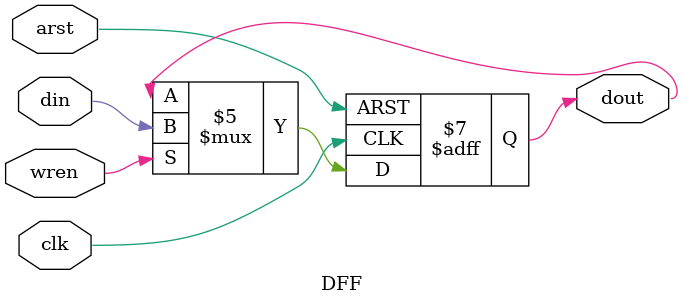
<source format=v>
/*--  *******************************************************
--  Computer Architecture Course, Laboratory Sources 
--  Amirkabir University of Technology (Tehran Polytechnic)
--  Department of Computer Engineering (CE-AUT)
--  https://ce[dot]aut[dot]ac[dot]ir
--  *******************************************************
--  All Rights reserved (C) 2019-2020
--  *******************************************************
--  Student ID  : 
--  Student Name: 
--  Student Mail: 
--  *******************************************************
--  Additional Comments:
--
--*/

/*-----------------------------------------------------------
---  Module Name:  Memory Unit Utils
---  Description: Module5:
-----------------------------------------------------------*/
`timescale 1 ns/1 ns

/***********************************************************/
/************** Design Your Own Modules Below **************/
module DFF (
	input arst,
	input clk,
	input wren,
	input din,
	output reg dout
);

	initial begin 
		dout = 0;
	end

	always @ ( posedge clk or posedge arst) begin
		if ( arst == 1'b1 ) dout <= 0;
		else if ( wren == 1'b1 ) dout <= din;
	end

endmodule	
/************** Design Your Own Modules Above **************/
/***********************************************************/
</source>
